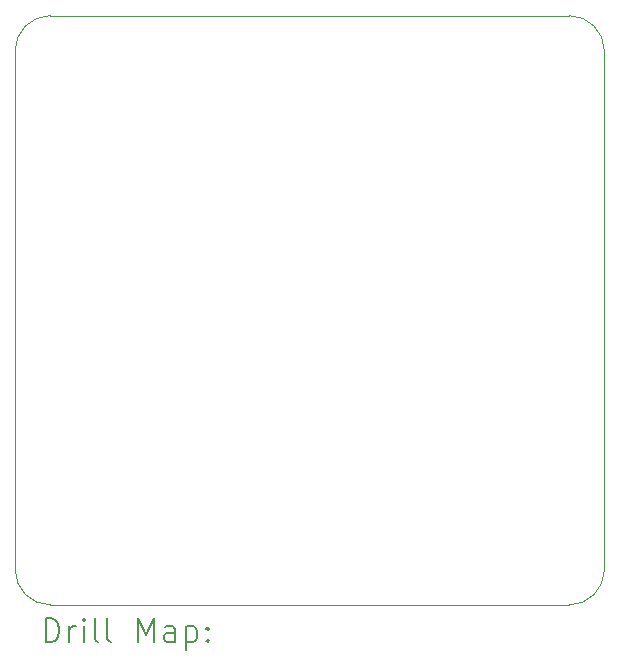
<source format=gbr>
%TF.GenerationSoftware,KiCad,Pcbnew,8.0.0*%
%TF.CreationDate,2024-03-25T13:12:26-04:00*%
%TF.ProjectId,_Sub_HW_Qcopter,5f537562-5f48-4575-9f51-636f70746572,rev?*%
%TF.SameCoordinates,PX9157080PYf23bb80*%
%TF.FileFunction,Drillmap*%
%TF.FilePolarity,Positive*%
%FSLAX45Y45*%
G04 Gerber Fmt 4.5, Leading zero omitted, Abs format (unit mm)*
G04 Created by KiCad (PCBNEW 8.0.0) date 2024-03-25 13:12:26*
%MOMM*%
%LPD*%
G01*
G04 APERTURE LIST*
%ADD10C,0.050000*%
%ADD11C,0.200000*%
G04 APERTURE END LIST*
D10*
X0Y4690000D02*
G75*
G02*
X300000Y4990000I300000J0D01*
G01*
X0Y4690000D02*
X0Y300000D01*
X4690000Y4990000D02*
G75*
G02*
X4990000Y4690000I0J-300000D01*
G01*
X300000Y4990000D02*
X4690000Y4990000D01*
X4990000Y300000D02*
G75*
G02*
X4690000Y0I-300000J0D01*
G01*
X300000Y0D02*
G75*
G02*
X0Y300000I0J300000D01*
G01*
X4990000Y4690000D02*
X4990000Y300000D01*
X4690000Y0D02*
X300000Y0D01*
D11*
X258277Y-313984D02*
X258277Y-113984D01*
X258277Y-113984D02*
X305896Y-113984D01*
X305896Y-113984D02*
X334467Y-123508D01*
X334467Y-123508D02*
X353515Y-142555D01*
X353515Y-142555D02*
X363039Y-161603D01*
X363039Y-161603D02*
X372562Y-199698D01*
X372562Y-199698D02*
X372562Y-228269D01*
X372562Y-228269D02*
X363039Y-266365D01*
X363039Y-266365D02*
X353515Y-285412D01*
X353515Y-285412D02*
X334467Y-304460D01*
X334467Y-304460D02*
X305896Y-313984D01*
X305896Y-313984D02*
X258277Y-313984D01*
X458277Y-313984D02*
X458277Y-180650D01*
X458277Y-218746D02*
X467801Y-199698D01*
X467801Y-199698D02*
X477324Y-190174D01*
X477324Y-190174D02*
X496372Y-180650D01*
X496372Y-180650D02*
X515420Y-180650D01*
X582086Y-313984D02*
X582086Y-180650D01*
X582086Y-113984D02*
X572563Y-123508D01*
X572563Y-123508D02*
X582086Y-133031D01*
X582086Y-133031D02*
X591610Y-123508D01*
X591610Y-123508D02*
X582086Y-113984D01*
X582086Y-113984D02*
X582086Y-133031D01*
X705896Y-313984D02*
X686848Y-304460D01*
X686848Y-304460D02*
X677324Y-285412D01*
X677324Y-285412D02*
X677324Y-113984D01*
X810658Y-313984D02*
X791610Y-304460D01*
X791610Y-304460D02*
X782086Y-285412D01*
X782086Y-285412D02*
X782086Y-113984D01*
X1039229Y-313984D02*
X1039229Y-113984D01*
X1039229Y-113984D02*
X1105896Y-256841D01*
X1105896Y-256841D02*
X1172563Y-113984D01*
X1172563Y-113984D02*
X1172563Y-313984D01*
X1353515Y-313984D02*
X1353515Y-209222D01*
X1353515Y-209222D02*
X1343991Y-190174D01*
X1343991Y-190174D02*
X1324944Y-180650D01*
X1324944Y-180650D02*
X1286848Y-180650D01*
X1286848Y-180650D02*
X1267801Y-190174D01*
X1353515Y-304460D02*
X1334467Y-313984D01*
X1334467Y-313984D02*
X1286848Y-313984D01*
X1286848Y-313984D02*
X1267801Y-304460D01*
X1267801Y-304460D02*
X1258277Y-285412D01*
X1258277Y-285412D02*
X1258277Y-266365D01*
X1258277Y-266365D02*
X1267801Y-247317D01*
X1267801Y-247317D02*
X1286848Y-237793D01*
X1286848Y-237793D02*
X1334467Y-237793D01*
X1334467Y-237793D02*
X1353515Y-228269D01*
X1448753Y-180650D02*
X1448753Y-380650D01*
X1448753Y-190174D02*
X1467801Y-180650D01*
X1467801Y-180650D02*
X1505896Y-180650D01*
X1505896Y-180650D02*
X1524943Y-190174D01*
X1524943Y-190174D02*
X1534467Y-199698D01*
X1534467Y-199698D02*
X1543991Y-218746D01*
X1543991Y-218746D02*
X1543991Y-275889D01*
X1543991Y-275889D02*
X1534467Y-294936D01*
X1534467Y-294936D02*
X1524943Y-304460D01*
X1524943Y-304460D02*
X1505896Y-313984D01*
X1505896Y-313984D02*
X1467801Y-313984D01*
X1467801Y-313984D02*
X1448753Y-304460D01*
X1629705Y-294936D02*
X1639229Y-304460D01*
X1639229Y-304460D02*
X1629705Y-313984D01*
X1629705Y-313984D02*
X1620182Y-304460D01*
X1620182Y-304460D02*
X1629705Y-294936D01*
X1629705Y-294936D02*
X1629705Y-313984D01*
X1629705Y-190174D02*
X1639229Y-199698D01*
X1639229Y-199698D02*
X1629705Y-209222D01*
X1629705Y-209222D02*
X1620182Y-199698D01*
X1620182Y-199698D02*
X1629705Y-190174D01*
X1629705Y-190174D02*
X1629705Y-209222D01*
M02*

</source>
